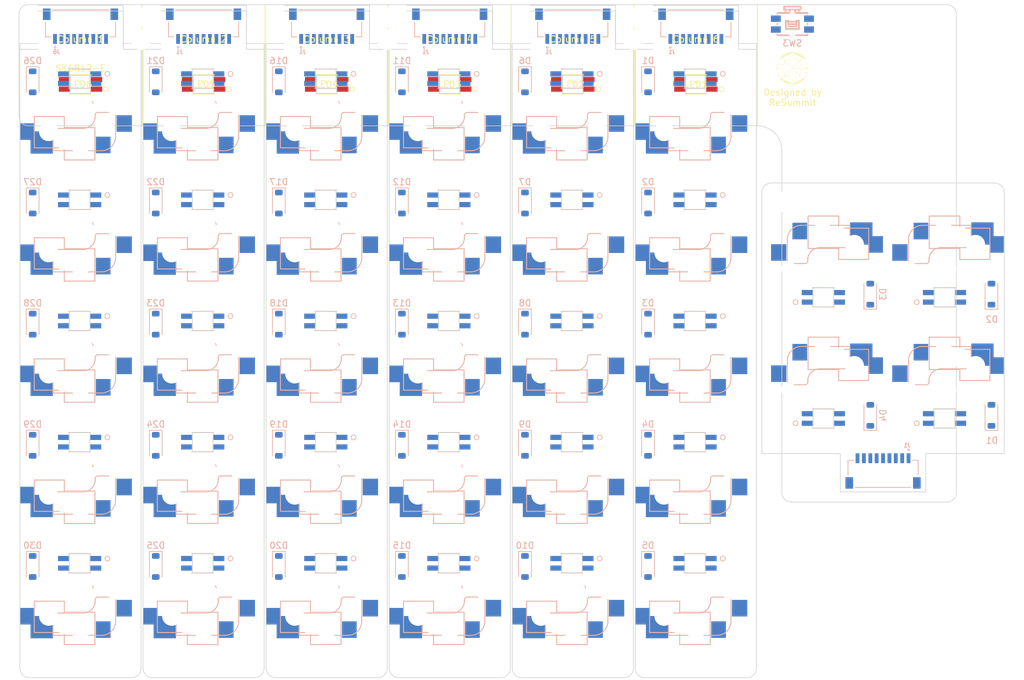
<source format=kicad_pcb>
(kicad_pcb (version 20221018) (generator pcbnew)
  (layers (0 "F.Cu" signal) (31 "B.Cu" signal) (34 "B.Paste" user) (35 "F.Paste" user) (36 "B.SilkS" user "B.Silkscreen") (37 "F.SilkS" user "F.Silkscreen") (38 "B.Mask" user) (39 "F.Mask" user) (44 "Edge.Cuts" user))
  (net 0 "")
  (net 1 "GND")
  (net 2 "/Row1")
  (net 3 "/Row2")
  (net 4 "/Row3")
  (net 5 "/Row4")
  (net 6 "/V+")
  (net 7 "RESET")
  (net 8 "/RGB_In2")
  (net 9 "/RGB_In3")
  (net 10 "/RGB_In4")
  (net 11 "/RGB_In5")
  (net 12 "/RGB_In6")
  (net 13 "/Row5")
  (net 14 "/RGB_In7")
  (net 15 "/RGB_Out1")
  (net 16 "/RGB_Out2")
  (net 17 "/RGB_Out3")
  (net 18 "/RGB_Out4")
  (net 19 "/RGB_Out5")
  (net 20 "/RGB_Out6")
  (footprint "Seismos-libs:Hole_M3_3.2mm" (layer "F.Cu") (at 142.65 122.6)
    (fp_text reference "REF**")
    (fp_text value "Hole_M3_3.2mm")
  )
  (footprint "Seismos-libs:Hole_M3_3.2mm" (layer "F.Cu") (at 33.15 122.6)
    (fp_text reference "REF**9")
    (fp_text value "Hole_M3_3.2mm")
  )
  (footprint "" (layer "F.Cu") (at 87.9 22)
    (fp_text reference "")
    (fp_text value "")
  )
  (footprint "" (layer "F.Cu") (at 126.35 25.5)
    (fp_text reference "")
    (fp_text value "")
  )
  (footprint "" (layer "F.Cu") (at 49.3 22)
    (fp_text reference "")
    (fp_text value "")
  )
  (footprint "Seismos-libs:Hole_M3_3.2mm" (layer "F.Cu") (at 181.5 50.9 180)
    (fp_text reference "REF**")
    (fp_text value "Hole_M3_3.2mm")
  )
  (footprint "Seismos-libs:ReSummit_Logo" (layer "F.Cu") (at 151.3 29.975)
    (fp_text reference "G***" hide)
    (fp_text value "LOGO" hide)
  )
  (footprint "Seismos-libs:Hole_M3_3.2mm" (layer "F.Cu") (at 149.5 50.9 180)
    (fp_text reference "REF**")
    (fp_text value "Hole_M3_3.2mm")
  )
  (footprint "Seismos-libs:Hole_M3_3.2mm" (layer "F.Cu") (at 126.5 22)
    (fp_text reference "4")
    (fp_text value "Hole_M3_3.2mm")
  )
  (footprint "" (layer "F.Cu") (at 87.75 25.5)
    (fp_text reference "")
    (fp_text value "")
  )
  (footprint "" (layer "F.Cu") (at 49.15 25.5)
    (fp_text reference "")
    (fp_text value "")
  )
  (footprint "Diode_SMD:D_SOD-123" (layer "B.Cu") (at 70.75 108.1 -90)
    (fp_text reference "D20")
    (fp_text value "1N4148W")
  )
  (footprint "Seismos-libs:Switch_SK6812-E_Diode" (layer "B.Cu") (at 39.65 36.1 180)
    (fp_text reference "SW26")
    (fp_text value "Switch_SK6812-E_Diode")
    (fp_rect (start 1.762 5.9914) (end -1.478 3.0046) (stroke (width 0.12)) (fill none) (layer "Edge.Cuts"))
  )
  (footprint "Diode_SMD:D_SOD-123" (layer "B.Cu") (at 51.45 32.1 -90)
    (fp_text reference "D21")
    (fp_text value "1N4148W" hide)
  )
  (footprint "Diode_SMD:D_SOD-123" (layer "B.Cu") (at 51.45 89.1 -90)
    (fp_text reference "D24")
    (fp_text value "1N4148W" hide)
  )
  (footprint "Diode_SMD:D_SOD-123" (layer "B.Cu") (at 128.65 89.1 -90)
    (fp_text reference "D4")
    (fp_text value "1N4148W" hide)
  )
  (footprint "Seismos-libs:SK6812-E" (layer "B.Cu") (at 39.65 32.5)
    (fp_text reference "LED6")
    (fp_text value "SK6812-E")
    (fp_rect (start -1.6256 1.4224) (end 1.5748 -1.4224) (stroke (width 0.12)) (fill none) (layer "Edge.Cuts"))
  )
  (footprint "Diode_SMD:D_SOD-123" (layer "B.Cu") (at 70.75 32.1 -90)
    (fp_text reference "D16")
    (fp_text value "1N4148W" hide)
  )
  (footprint "Diode_SMD:D_SOD-123" (layer "B.Cu") (at 182.5 84.4 90)
    (fp_text reference "D1")
    (fp_text value "1N4148W" hide)
  )
  (footprint "Diode_SMD:D_SOD-123" (layer "B.Cu") (at 90.05 51.1 -90)
    (fp_text reference "D12")
    (fp_text value "1N4148W" hide)
  )
  (footprint "Seismos-libs:Switch_SK6812-E_Diode" (layer "B.Cu") (at 136.15 55.1 180)
    (fp_text reference "SW2")
    (fp_text value "Switch_SK6812-E_Diode")
    (fp_rect (start 1.762 5.9914) (end -1.478 3.0046) (stroke (width 0.12)) (fill none) (layer "Edge.Cuts"))
  )
  (footprint "Seismos-libs:SK6812-E" (layer "B.Cu") (at 136.15 32.5)
    (fp_text reference "LED1")
    (fp_text value "SK6812-E")
    (fp_rect (start -1.6256 1.4224) (end 1.5748 -1.4224) (stroke (width 0.12)) (fill none) (layer "Edge.Cuts"))
  )
  (footprint "Seismos-libs:Switch_SK6812-E_Diode" (layer "B.Cu") (at 39.65 112.1 180)
    (fp_text reference "SW30")
    (fp_text value "Switch_SK6812-E_Diode")
    (fp_rect (start 1.762 5.9914) (end -1.478 3.0046) (stroke (width 0.12)) (fill none) (layer "Edge.Cuts"))
  )
  (footprint "Seismos-libs:Switch_SK6812-E_Diode" (layer "B.Cu") (at 78.25 74.1 180)
    (fp_text reference "SW18")
    (fp_text value "Switch_SK6812-E_Diode")
    (fp_rect (start 1.762 5.9914) (end -1.478 3.0046) (stroke (width 0.12)) (fill none) (layer "Edge.Cuts"))
  )
  (footprint "Seismos-libs:Switch_SK6812-E_Diode" (layer "B.Cu") (at 116.85 74.1 180)
    (fp_text reference "SW8")
    (fp_text value "Switch_SK6812-E_Diode")
    (fp_rect (start 1.762 5.9914) (end -1.478 3.0046) (stroke (width 0.12)) (fill none) (layer "Edge.Cuts"))
  )
  (footprint "Seismos-libs:SK6812-E" (layer "B.Cu") (at 97.55 32.5)
    (fp_text reference "LED3")
    (fp_text value "SK6812-E")
    (fp_rect (start -1.6256 1.4224) (end 1.5748 -1.4224) (stroke (width 0.12)) (fill none) (layer "Edge.Cuts"))
  )
  (footprint "Diode_SMD:D_SOD-123" (layer "B.Cu") (at 128.65 108.1 -90)
    (fp_text reference "D5")
    (fp_text value "1N4148W")
  )
  (footprint "Seismos-libs:Switch_SK6812-E_Diode" (layer "B.Cu") (at 58.95 55.1 180)
    (fp_text reference "SW22")
    (fp_text value "Switch_SK6812-E_Diode")
    (fp_rect (start 1.762 5.9914) (end -1.478 3.0046) (stroke (width 0.12)) (fill none) (layer "Edge.Cuts"))
  )
  (footprint "Diode_SMD:D_SOD-123" (layer "B.Cu") (at 32.15 70.1 -90)
    (fp_text reference "D28")
    (fp_text value "1N4148W" hide)
  )
  (footprint "Seismos-libs:SK6812-E" (layer "B.Cu") (at 78.25 32.5)
    (fp_text reference "LED4")
    (fp_text value "SK6812-E")
    (fp_rect (start -1.6256 1.4224) (end 1.5748 -1.4224) (stroke (width 0.12)) (fill none) (layer "Edge.Cuts"))
  )
  (footprint "Diode_SMD:D_SOD-123" (layer "B.Cu") (at 51.45 51.1 -90)
    (fp_text reference "D22")
    (fp_text value "1N4148W" hide)
  )
  (footprint "Diode_SMD:D_SOD-123" (layer "B.Cu") (at 109.35 108.1 -90)
    (fp_text reference "D10")
    (fp_text value "1N4148W")
  )
  (footprint "Diode_SMD:D_SOD-123" (layer "B.Cu") (at 109.35 70.1 -90)
    (fp_text reference "D8")
    (fp_text value "1N4148W" hide)
  )
  (footprint "Diode_SMD:D_SOD-123" (layer "B.Cu") (at 32.15 51.1 -90)
    (fp_text reference "D27")
    (fp_text value "1N4148W" hide)
  )
  (footprint "Seismos-libs:Switch_SK6812-E_Diode" (layer "B.Cu") (at 97.55 55.1 180)
    (fp_text reference "SW12")
    (fp_text value "Switch_SK6812-E_Diode")
    (fp_rect (start 1.762 5.9914) (end -1.478 3.0046) (stroke (width 0.12)) (fill none) (layer "Edge.Cuts"))
  )
  (footprint "Seismos-libs:Switch_SK6812-E_Diode" (layer "B.Cu") (at 97.55 112.1 180)
    (fp_text reference "SW15")
    (fp_text value "Switch_SK6812-E_Diode")
    (fp_rect (start 1.762 5.9914) (end -1.478 3.0046) (stroke (width 0.12)) (fill none) (layer "Edge.Cuts"))
  )
  (footprint "Diode_SMD:D_SOD-123" (layer "B.Cu") (at 90.05 108.1 -90)
    (fp_text reference "D15")
    (fp_text value "1N4148W")
  )
  (footprint "Seismos-libs:Switch_SK6812-E_Diode" (layer "B.Cu") (at 78.25 36.1 180)
    (fp_text reference "SW16")
    (fp_text value "Switch_SK6812-E_Diode")
    (fp_rect (start 1.762 5.9914) (end -1.478 3.0046) (stroke (width 0.12)) (fill none) (layer "Edge.Cuts"))
  )
  (footprint "Diode_SMD:D_SOD-123" (layer "B.Cu") (at 128.65 32.1 -90)
    (fp_text reference "D1")
    (fp_text value "1N4148W" hide)
  )
  (footprint "Seismos-libs:JST_SM09B-SRSS-TB(LF)(SN)" (layer "B.Cu") (at 136.15 21.5)
    (fp_text reference "J1")
    (fp_text value "SM09B-SRSS-TB(LF)(SN)")
  )
  (footprint "Seismos-libs:Switch_SK6812-E_Diode" (layer "B.Cu") (at 58.95 36.1 180)
    (fp_text reference "SW21")
    (fp_text value "Switch_SK6812-E_Diode")
    (fp_rect (start 1.762 5.9914) (end -1.478 3.0046) (stroke (width 0.12)) (fill none) (layer "Edge.Cuts"))
  )
  (footprint "Seismos-libs:Switch_SK6812-E_Diode" (layer "B.Cu") (at 97.55 36.1 180)
    (fp_text reference "SW11")
    (fp_text value "Switch_SK6812-E_Diode")
    (fp_rect (start 1.762 5.9914) (end -1.478 3.0046) (stroke (width 0.12)) (fill none) (layer "Edge.Cuts"))
  )
  (footprint "Seismos-libs:Switch_SK6812-E_Diode" (layer "B.Cu") (at 116.85 112.1 180)
    (fp_text reference "SW10")
    (fp_text value "Switch_SK6812-E_Diode")
    (fp_rect (start 1.762 5.9914) (end -1.478 3.0046) (stroke (width 0.12)) (fill none) (layer "Edge.Cuts"))
  )
  (footprint "Seismos-libs:Switch_SK6812-E_Diode" (layer "B.Cu") (at 156 61.4)
    (fp_text reference "SW3")
    (fp_text value "Switch_SK6812-E_Diode")
    (fp_rect (start 1.762 5.9914) (end -1.478 3.0046) (stroke (width 0.12)) (fill none) (layer "Edge.Cuts"))
  )
  (footprint "Seismos-libs:Switch_SK6812-E_Diode" (layer "B.Cu") (at 78.25 93.1 180)
    (fp_text reference "SW19")
    (fp_text value "Switch_SK6812-E_Diode")
    (fp_rect (start 1.762 5.9914) (end -1.478 3.0046) (stroke (width 0.12)) (fill none) (layer "Edge.Cuts"))
  )
  (footprint "Diode_SMD:D_SOD-123" (layer "B.Cu") (at 70.75 89.1 -90)
    (fp_text reference "D19")
    (fp_text value "1N4148W" hide)
  )
  (footprint "Seismos-libs:Switch_SK6812-E_Diode" (layer "B.Cu") (at 116.85 36.1 180)
    (fp_text reference "SW6")
    (fp_text value "Switch_SK6812-E_Diode")
    (fp_rect (start 1.762 5.9914) (end -1.478 3.0046) (stroke (width 0.12)) (fill none) (layer "Edge.Cuts"))
  )
  (footprint "Seismos-libs:JST_SM09B-SRSS-TB(LF)(SN)" (layer "B.Cu") (at 116.85 21.5)
    (fp_text reference "J1")
    (fp_text value "SM09B-SRSS-TB(LF)(SN)")
  )
  (footprint "Seismos-libs:JST_SM09B-SRSS-TB(LF)(SN)" (layer "B.Cu") (at 97.55 21.5)
    (fp_text reference "J1")
    (fp_text value "SM09B-SRSS-TB(LF)(SN)")
  )
  (footprint "Diode_SMD:D_SOD-123" (layer "B.Cu") (at 70.75 51.1 -90)
    (fp_text reference "D17")
    (fp_text value "1N4148W" hide)
  )
  (footprint "Seismos-libs:Switch_SK6812-E_Diode" (layer "B.Cu") (at 116.85 55.1 180)
    (fp_text reference "SW7")
    (fp_text value "Switch_SK6812-E_Diode")
    (fp_rect (start 1.762 5.9914) (end -1.478 3.0046) (stroke (width 0.12)) (fill none) (layer "Edge.Cuts"))
  )
  (footprint "Seismos-libs:JST_SM09B-SRSS-TB(LF)(SN)" (layer "B.Cu") (at 165.5 95 180)
    (fp_text reference "J1")
    (fp_text value "SM09B-SRSS-TB(LF)(SN)")
  )
  (footprint "Diode_SMD:D_SOD-123" (layer "B.Cu") (at 32.15 89.1 -90)
    (fp_text reference "D29")
    (fp_text value "1N4148W" hide)
  )
  (footprint "Seismos-libs:Switch_SK6812-E_Diode" (layer "B.Cu") (at 116.85 93.1 180)
    (fp_text reference "SW9")
    (fp_text value "Switch_SK6812-E_Diode")
    (fp_rect (start 1.762 5.9914) (end -1.478 3.0046) (stroke (width 0.12)) (fill none) (layer "Edge.Cuts"))
  )
  (footprint "Seismos-libs:Switch_SK6812-E_Diode" (layer "B.Cu") (at 58.95 93.1 180)
    (fp_text reference "SW24")
    (fp_text value "Switch_SK6812-E_Diode")
    (fp_rect (start 1.762 5.9914) (end -1.478 3.0046) (stroke (width 0.12)) (fill none) (layer "Edge.Cuts"))
  )
  (footprint "Diode_SMD:D_SOD-123" (layer "B.Cu") (at 90.05 32.1 -90)
    (fp_text reference "D11")
    (fp_text value "1N4148W" hide)
  )
  (footprint "Seismos-libs:SW-SMD_EVQPUD02K" (layer "B.Cu") (at 151.2875 23.0495 90)
    (fp_text reference "SW3")
    (fp_text value "EVQPUC02K")
  )
  (footprint "Diode_SMD:D_SOD-123" (layer "B.Cu") (at 51.45 70.1 -90)
    (fp_text reference "D23")
    (fp_text value "1N4148W" hide)
  )
  (footprint "Seismos-libs:Switch_SK6812-E_Diode" (layer "B.Cu") (at 156 80.4)
    (fp_text reference "SW4")
    (fp_text value "Switch_SK6812-E_Diode")
    (fp_rect (start 1.762 5.9914) (end -1.478 3.0046) (stroke (width 0.12)) (fill none) (layer "Edge.Cuts"))
  )
  (footprint "Diode_SMD:D_SOD-123" (layer "B.Cu") (at 163.5 84.4 90)
    (fp_text reference "D4")
    (fp_text value "1N4148W" hide)
  )
  (footprint "Seismos-libs:JST_SM09B-SRSS-TB(LF)(SN)" (layer "B.Cu") (at 39.65 21.5)
    (fp_text reference "J6")
    (fp_text value "SM09B-SRSS-TB(LF)(SN)" hide)
  )
  (footprint "Seismos-libs:Switch_SK6812-E_Diode" (layer "B.Cu") (at 97.55 74.1 180)
    (fp_text reference "SW13")
    (fp_text value "Switch_SK6812-E_Diode")
    (fp_rect (start 1.762 5.9914) (end -1.478 3.0046) (stroke (width 0.12)) (fill none) (layer "Edge.Cuts"))
  )
  (footprint "Seismos-libs:Switch_SK6812-E_Diode" (layer "B.Cu") (at 39.65 93.1 180)
    (fp_text reference "SW29")
    (fp_text value "Switch_SK6812-E_Diode")
    (fp_rect (start 1.762 5.9914) (end -1.478 3.0046) (stroke (width 0.12)) (fill none) (layer "Edge.Cuts"))
  )
  (footprint "Seismos-libs:JST_SM09B-SRSS-TB(LF)(SN)" (layer "B.Cu") (at 78.25 21.5)
    (fp_text reference "J1")
    (fp_text value "SM09B-SRSS-TB(LF)(SN)")
  )
  (footprint "Seismos-libs:JST_SM09B-SRSS-TB(LF)(SN)" (layer "B.Cu") (at 58.95 21.5)
    (fp_text reference "J1")
    (fp_text value "SM09B-SRSS-TB(LF)(SN)")
  )
  (footprint "Seismos-libs:SK6812-E" (layer "B.Cu") (at 116.85 32.5)
    (fp_text reference "LED2")
    (fp_text value "SK6812-E")
    (fp_rect (start -1.6256 1.4224) (end 1.5748 -1.4224) (stroke (width 0.12)) (fill none) (layer "Edge.Cuts"))
  )
  (footprint "Seismos-libs:Switch_SK6812-E_Diode" (layer "B.Cu") (at 97.55 93.1 180)
    (fp_text reference "SW14")
    (fp_text value "Switch_SK6812-E_Diode")
    (fp_rect (start 1.762 5.9914) (end -1.478 3.0046) (stroke (width 0.12)) (fill none) (layer "Edge.Cuts"))
  )
  (footprint "Diode_SMD:D_SOD-123" (layer "B.Cu") (at 90.05 70.1 -90)
    (fp_text reference "D13")
    (fp_text value "1N4148W" hide)
  )
  (footprint "Diode_SMD:D_SOD-123" (layer "B.Cu") (at 163.5 65.4 90)
    (fp_text reference "D3")
    (fp_text value "1N4148W" hide)
  )
  (footprint "Diode_SMD:D_SOD-123" (layer "B.Cu") (at 90.05 89.1 -90)
    (fp_text reference "D14")
    (fp_text value "1N4148W" hide)
  )
  (footprint "Seismos-libs:Switch_SK6812-E_Diode" (layer "B.Cu") (at 136.15 74.1 180)
    (fp_text reference "SW3")
    (fp_text value "Switch_SK6812-E_Diode")
    (fp_rect (start 1.762 5.9914) (end -1.478 3.0046) (stroke (width 0.12)) (fill none) (layer "Edge.Cuts"))
  )
  (footprint "Seismos-libs:Switch_SK6812-E_Diode" (layer "B.Cu") (at 39.65 74.1 180)
    (fp_text reference "SW28")
    (fp_text value "Switch_SK6812-E_Diode")
    (fp_rect (start 1.762 5.9914) (end -1.478 3.0046) (stroke (width 0.12)) (fill none) (layer "Edge.Cuts"))
  )
  (footprint "Seismos-libs:Switch_SK6812-E_Diode" (layer "B.Cu") (at 39.65 55.1 180)
    (fp_text reference "SW27")
    (fp_text value "Switch_SK6812-E_Diode")
    (fp_rect (start 1.762 5.9914) (end -1.478 3.0046) (stroke (width 0.12)) (fill none) (layer "Edge.Cuts"))
  )
  (footprint "Seismos-libs:Switch_SK6812-E_Diode" (layer "B.Cu") (at 58.95 74.1 180)
    (fp_text reference "SW23")
    (fp_text value "Switch_SK6812-E_Diode")
    (fp_rect (start 1.762 5.9914) (end -1.478 3.0046) (stroke (width 0.12)) (fill none) (layer "Edge.Cuts"))
  )
  (footprint "Seismos-libs:Switch_SK6812-E_Diode" (layer "B.Cu") (at 78.25 112.1 180)
    (fp_text reference "SW20")
    (fp_text value "Switch_SK6812-E_Diode")
    (fp_rect (start 1.762 5.9914) (end -1.478 3.0046) (stroke (width 0.12)) (fill none) (layer "Edge.Cuts"))
  )
  (footprint "Diode_SMD:D_SOD-123" (layer "B.Cu") (at 32.15 32.1 -90)
    (fp_text reference "D26")
    (fp_text value "1N4148W" hide)
  )
  (footprint "Seismos-libs:SK6812-E" (layer "B.Cu") (at 58.95 32.5)
    (fp_text reference "LED5")
    (fp_text value "SK6812-E")
    (fp_rect (start -1.6256 1.4224) (end 1.5748 -1.4224) (stroke (width 0.12)) (fill none) (layer "Edge.Cuts"))
  )
  (footprint "Diode_SMD:D_SOD-123" (layer "B.Cu") (at 109.35 89.1 -90)
    (fp_text reference "D9")
    (fp_text value "1N4148W" hide)
  )
  (footprint "Seismos-libs:Switch_SK6812-E_Diode" (layer "B.Cu") (at 136.15 36.1 180)
    (fp_text reference "SW1")
    (fp_text value "Switch_SK6812-E_Diode")
    (fp_rect (start 1.762 5.9914) (end -1.478 3.0046) (stroke (width 0.12)) (fill none) (layer "Edge.Cuts"))
  )
  (footprint "Seismos-libs:Switch_SK6812-E_Diode" (layer "B.Cu") (at 78.25 55.1 180)
    (fp_text reference "SW17")
    (fp_text value "Switch_SK6812-E_Diode")
    (fp_rect (start 1.762 5.9914) (end -1.478 3.0046) (stroke (width 0.12)) (fill none) (layer "Edge.Cuts"))
  )
  (footprint "Diode_SMD:D_SOD-123" (layer "B.Cu") (at 109.35 32.1 -90)
    (fp_text reference "D6")
    (fp_text value "1N4148W" hide)
  )
  (footprint "Seismos-libs:Switch_SK6812-E_Diode" (layer "B.Cu") (at 58.95 112.1 180)
    (fp_text reference "SW25")
    (fp_text value "Switch_SK6812-E_Diode")
    (fp_rect (start 1.762 5.9914) (end -1.478 3.0046) (stroke (width 0.12)) (fill none) (layer "Edge.Cuts"))
  )
  (footprint "Seismos-libs:Switch_SK6812-E_Diode" (layer "B.Cu") (at 136.15 93.1 180)
    (fp_text reference "SW4")
    (fp_text value "Switch_SK6812-E_Diode")
    (fp_rect (start 1.762 5.9914) (end -1.478 3.0046) (stroke (width 0.12)) (fill none) (layer "Edge.Cuts"))
  )
  (footprint "Diode_SMD:D_SOD-123" (layer "B.Cu") (at 128.65 51.1 -90)
    (fp_text reference "D2")
    (fp_text value "1N4148W" hide)
  )
  (footprint "Seismos-libs:Switch_SK6812-E_Diode" (layer "B.Cu") (at 136.15 112.1 180)
    (fp_text reference "SW5")
    (fp_text value "Switch_SK6812-E_Diode")
    (fp_rect (start 1.762 5.9914) (end -1.478 3.0046) (stroke (width 0.12)) (fill none) (layer "Edge.Cuts"))
  )
  (footprint "Diode_SMD:D_SOD-123" (layer "B.Cu") (at 51.45 108.1 -90)
    (fp_text reference "D25")
    (fp_text value "1N4148W")
  )
  (footprint "Diode_SMD:D_SOD-123" (layer "B.Cu") (at 182.5 65.4 90)
    (fp_text reference "D2")
    (fp_text value "1N4148W" hide)
  )
  (footprint "Seismos-libs:Switch_SK6812-E_Diode" (layer "B.Cu") (at 175 61.4)
    (fp_text reference "SW2")
    (fp_text value "Switch_SK6812-E_Diode")
    (fp_rect (start 1.762 5.9914) (end -1.478 3.0046) (stroke (width 0.12)) (fill none) (layer "Edge.Cuts"))
  )
  (footprint "Diode_SMD:D_SOD-123" (layer "B.Cu") (at 32.15 108.1 -90)
    (fp_text reference "D30")
    (fp_text value "1N4148W")
  )
  (footprint "Seismos-libs:Switch_SK6812-E_Diode" (layer "B.Cu") (at 175 80.4)
    (fp_text reference "SW1")
    (fp_text value "Switch_SK6812-E_Diode")
    (fp_rect (start 1.762 5.9914) (end -1.478 3.0046) (stroke (width 0.12)) (fill none) (layer "Edge.Cuts"))
  )
  (footprint "Diode_SMD:D_SOD-123" (layer "B.Cu") (at 128.65 70.1 -90)
    (fp_text reference "D3")
    (fp_text value "1N4148W" hide)
  )
  (footprint "Diode_SMD:D_SOD-123" (layer "B.Cu") (at 70.75 70.1 -90)
    (fp_text reference "D18")
    (fp_text value "1N4148W" hide)
  )
  (footprint "Diode_SMD:D_SOD-123" (layer "B.Cu") (at 109.35 51.1 -90)
    (fp_text reference "D7")
    (fp_text value "1N4148W" hide)
  )
  (gr_line (start 87.9 20) (end 87.9 39) (stroke (width 0.15)) (layer "F.SilkS"))
  (gr_line (start 107.2 20) (end 107.2 39) (stroke (width 0.15)) (layer "F.SilkS"))
  (gr_line (start 49.3 20) (end 49.3 39) (stroke (width 0.15)) (layer "F.SilkS"))
  (gr_line (start 126.5 20) (end 126.5 39) (stroke (width 0.15)) (layer "F.SilkS"))
  (gr_line (start 145.8 20) (end 145.8 39) (stroke (width 0.15)) (layer "F.SilkS"))
  (gr_line (start 68.6 20) (end 68.6 39) (stroke (width 0.15)) (layer "F.SilkS"))
  (gr_line (start 30.15 124.03934) (end 30.15 26.1) (stroke (width 0.1)) (layer "Edge.Cuts"))
  (gr_line (start 66.95 125.53934) (end 50.95 125.53934) (stroke (width 0.1)) (layer "Edge.Cuts"))
  (gr_line (start 32.95 21) (end 46.35 21) (stroke (width 0.1)) (layer "Edge.Cuts"))
  (gr_line (start 68.45 26.1) (end 68.45 124.03934) (stroke (width 0.1)) (layer "Edge.Cuts"))
  (gr_line (start 87.75 27) (end 84.95 27) (stroke (width 0.1)) (layer "Edge.Cuts"))
  (gr_line (start 124.85 125.53934) (end 108.85 125.53934) (stroke (width 0.1)) (layer "Edge.Cuts"))
  (gr_line (start 151.134 98) (end 175.5 98) (stroke (width 0.1)) (layer "Edge.Cuts"))
  (gr_line (start 46.35 26.1) (end 46.35 20.1) (stroke (width 0.1)) (layer "Edge.Cuts"))
  (gr_line (start 142.85 27) (end 142.85 21) (stroke (width 0.1)) (layer "Edge.Cuts"))
  (gr_line (start 104.25 27) (end 104.25 21) (stroke (width 0.1)) (layer "Edge.Cuts"))
  (gr_line (start 175 90.4) (end 172.2 90.4) (stroke (width 0.1)) (layer "Edge.Cuts"))
  (gr_line (start 68.75 27) (end 71.55 27) (stroke (width 0.1)) (layer "Edge.Cuts"))
  (gr_line (start 52.25 20.1) (end 65.65 20.1) (stroke (width 0.1)) (layer "Edge.Cuts"))
  (gr_line (start 126.35 26.1) (end 123.55 26.1) (stroke (width 0.1)) (layer "Edge.Cuts"))
  (gr_line (start 126.65 26.1) (end 129.45 26.1) (stroke (width 0.1)) (layer "Edge.Cuts"))
  (gr_line (start 88.05 26.1) (end 90.85 26.1) (stroke (width 0.1)) (layer "Edge.Cuts"))
  (gr_line (start 49.45 26.1) (end 52.25 26.1) (stroke (width 0.1)) (layer "Edge.Cuts"))
  (gr_line (start 107.35 26.1) (end 110.15 26.1) (stroke (width 0.1)) (layer "Edge.Cuts"))
  (gr_line (start 126.35 26.1) (end 126.35 124.03934) (stroke (width 0.1)) (layer "Edge.Cuts"))
  (gr_line (start 49.45 124.03934) (end 49.45 26.1) (stroke (width 0.1)) (layer "Edge.Cuts"))
  (gr_arc (start 183 47.96066) (mid 184.060648 48.400012) (end 184.5 49.46066) (stroke (width 0.1)) (layer "Edge.Cuts"))
  (gr_line (start 90.85 20.1) (end 104.25 20.1) (stroke (width 0.1)) (layer "Edge.Cuts"))
  (gr_arc (start 175.5 20) (mid 176.56066 20.43934) (end 177 21.5) (stroke (width 0.1)) (layer "Edge.Cuts"))
  (gr_line (start 158.8 90.4) (end 158.8 96.4) (stroke (width 0.1)) (layer "Edge.Cuts"))
  (gr_line (start 105.55 125.53934) (end 89.55 125.53934) (stroke (width 0.1)) (layer "Edge.Cuts"))
  (gr_line (start 148 47.96066) (end 183 47.96066) (stroke (width 0.1)) (layer "Edge.Cuts"))
  (gr_line (start 123.55 26.1) (end 123.55 20.1) (stroke (width 0.1)) (layer "Edge.Cuts"))
  (gr_line (start 145.65 26.1) (end 142.85 26.1) (stroke (width 0.1)) (layer "Edge.Cuts"))
  (gr_line (start 149.634 42.81) (end 149.634 96.5) (stroke (width 0.1)) (layer "Edge.Cuts"))
  (gr_line (start 88.05 27) (end 90.85 27) (stroke (width 0.1)) (layer "Edge.Cuts"))
  (gr_line (start 68.75 26.1) (end 71.55 26.1) (stroke (width 0.1)) (layer "Edge.Cuts"))
  (gr_line (start 110.15 21) (end 123.55 21) (stroke (width 0.1)) (layer "Edge.Cuts"))
  (gr_arc (start 151.134 98) (mid 150.07334 97.56066) (end 149.634 96.5) (stroke (width 0.1)) (layer "Edge.Cuts"))
  (gr_line (start 49.15 27) (end 46.35 27) (stroke (width 0.1)) (layer "Edge.Cuts"))
  (gr_arc (start 87.75 124.03934) (mid 87.310661 125.100001) (end 86.25 125.53934) (stroke (width 0.1)) (layer "Edge.Cuts"))
  (gr_arc (start 31.65 125.53934) (mid 30.589352 125.099988) (end 30.15 124.03934) (stroke (width 0.1)) (layer "Edge.Cuts"))
  (gr_line (start 145.65 26.1) (end 145.65 124.03934) (stroke (width 0.1)) (layer "Edge.Cuts"))
  (gr_line (start 65.65 26.1) (end 65.65 20.1) (stroke (width 0.1)) (layer "Edge.Cuts"))
  (gr_line (start 90.85 21) (end 104.25 21) (stroke (width 0.1)) (layer "Edge.Cuts"))
  (gr_line (start 71.55 20.1) (end 84.95 20.1) (stroke (width 0.1)) (layer "Edge.Cuts"))
  (gr_line (start 156 90.4) (end 146.5 90.4) (stroke (width 0.1)) (layer "Edge.Cuts"))
  (gr_line (start 110.15 20.1) (end 123.55 20.1) (stroke (width 0.1)) (layer "Edge.Cuts"))
  (gr_arc (start 108.85 125.53934) (mid 107.789352 125.099988) (end 107.35 124.03934) (stroke (width 0.1)) (layer "Edge.Cuts"))
  (gr_line (start 129.45 20.1) (end 142.85 20.1) (stroke (width 0.1)) (layer "Edge.Cuts"))
  (gr_line (start 49.15 26.1) (end 49.15 124.03934) (stroke (width 0.1)) (layer "Edge.Cuts"))
  (gr_line (start 146.5 90.4) (end 146.5 49.46066) (stroke (width 0.1)) (layer "Edge.Cuts"))
  (gr_line (start 145.65 27) (end 142.85 27) (stroke (width 0.1)) (layer "Edge.Cuts"))
  (gr_line (start 31.5 39) (end 145.824 39) (stroke (width 0.1)) (layer "Edge.Cuts"))
  (gr_line (start 87.75 26.1) (end 84.95 26.1) (stroke (width 0.1)) (layer "Edge.Cuts"))
  (gr_line (start 126.35 27) (end 123.55 27) (stroke (width 0.1)) (layer "Edge.Cuts"))
  (gr_arc (start 31.5 39) (mid 30.43934 38.56066) (end 30 37.5) (stroke (width 0.1)) (layer "Edge.Cuts"))
  (gr_arc (start 146.5 49.46066) (mid 146.939339 48.399999) (end 148 47.96066) (stroke (width 0.1)) (layer "Edge.Cuts"))
  (gr_line (start 123.55 27) (end 123.55 21) (stroke (width 0.1)) (layer "Edge.Cuts"))
  (gr_line (start 32.95 20.1) (end 46.35 20.1) (stroke (width 0.1)) (layer "Edge.Cuts"))
  (gr_line (start 107.05 26.1) (end 104.25 26.1) (stroke (width 0.1)) (layer "Edge.Cuts"))
  (gr_line (start 47.65 125.53934) (end 31.65 125.53934) (stroke (width 0.1)) (layer "Edge.Cuts"))
  (gr_arc (start 30 21.5) (mid 30.43934 20.43934) (end 31.5 20) (stroke (width 0.1)) (layer "Edge.Cuts"))
  (gr_line (start 49.15 26.1) (end 46.35 26.1) (stroke (width 0.1)) (layer "Edge.Cuts"))
  (gr_line (start 49.45 27) (end 52.25 27) (stroke (width 0.1)) (layer "Edge.Cuts"))
  (gr_line (start 65.65 27) (end 65.65 21) (stroke (width 0.1)) (layer "Edge.Cuts"))
  (gr_line (start 30.15 27) (end 32.95 27) (stroke (width 0.1)) (layer "Edge.Cuts"))
  (gr_arc (start 70.25 125.53934) (mid 69.189352 125.099988) (end 68.75 124.03934) (stroke (width 0.1)) (layer "Edge.Cuts"))
  (gr_line (start 68.45 27) (end 65.65 27) (stroke (width 0.1)) (layer "Edge.Cuts"))
  (gr_line (start 68.75 124.03934) (end 68.75 26.1) (stroke (width 0.1)) (layer "Edge.Cuts"))
  (gr_line (start 104.25 26.1) (end 104.25 20.1) (stroke (width 0.1)) (layer "Edge.Cuts"))
  (gr_line (start 126.65 124.03934) (end 126.65 26.1) (stroke (width 0.1)) (layer "Edge.Cuts"))
  (gr_line (start 177 21.5) (end 177 96.5) (stroke (width 0.1)) (layer "Edge.Cuts"))
  (gr_line (start 46.35 27) (end 46.35 21) (stroke (width 0.1)) (layer "Edge.Cuts"))
  (gr_line (start 142.85 26.1) (end 142.85 20.1) (stroke (width 0.1)) (layer "Edge.Cuts"))
  (gr_line (start 52.25 21) (end 65.65 21) (stroke (width 0.1)) (layer "Edge.Cuts"))
  (gr_line (start 87.75 26.1) (end 87.75 124.03934) (stroke (width 0.1)) (layer "Edge.Cuts"))
  (gr_line (start 156 90.4) (end 158.8 90.4) (stroke (width 0.1)) (layer "Edge.Cuts"))
  (gr_line (start 172.2 96.4) (end 172.2 90.4) (stroke (width 0.1)) (layer "Edge.Cuts"))
  (gr_arc (start 89.55 125.53934) (mid 88.489352 125.099988) (end 88.05 124.03934) (stroke (width 0.1)) (layer "Edge.Cuts"))
  (gr_line (start 84.95 27) (end 84.95 21) (stroke (width 0.1)) (layer "Edge.Cuts"))
  (gr_line (start 107.05 26.1) (end 107.05 124.03934) (stroke (width 0.1)) (layer "Edge.Cuts"))
  (gr_arc (start 49.15 124.03934) (mid 48.710661 125.100001) (end 47.65 125.53934) (stroke (width 0.1)) (layer "Edge.Cuts"))
  (gr_line (start 175 90.4) (end 184.5 90.4) (stroke (width 0.1)) (layer "Edge.Cuts"))
  (gr_arc (start 177 96.5) (mid 176.56066 97.56066) (end 175.5 98) (stroke (width 0.1)) (layer "Edge.Cuts"))
  (gr_line (start 71.55 21) (end 84.95 21) (stroke (width 0.1)) (layer "Edge.Cuts"))
  (gr_line (start 184.5 49.46066) (end 184.5 90.4) (stroke (width 0.1)) (layer "Edge.Cuts"))
  (gr_arc (start 145.824 39) (mid 148.518077 40.115923) (end 149.634 42.81) (stroke (width 0.1)) (layer "Edge.Cuts"))
  (gr_arc (start 50.95 125.53934) (mid 49.889352 125.099988) (end 49.45 124.03934) (stroke (width 0.1)) (layer "Edge.Cuts"))
  (gr_line (start 86.25 125.53934) (end 70.25 125.53934) (stroke (width 0.1)) (layer "Edge.Cuts"))
  (gr_line (start 175.5 20) (end 31.5 20) (stroke (width 0.1)) (layer "Edge.Cuts"))
  (gr_line (start 107.05 27) (end 104.25 27) (stroke (width 0.1)) (layer "Edge.Cuts"))
  (gr_arc (start 126.35 124.03934) (mid 125.910661 125.100001) (end 124.85 125.53934) (stroke (width 0.1)) (layer "Edge.Cuts"))
  (gr_line (start 84.95 26.1) (end 84.95 20.1) (stroke (width 0.1)) (layer "Edge.Cuts"))
  (gr_arc (start 68.45 124.03934) (mid 68.010661 125.100001) (end 66.95 125.53934) (stroke (width 0.1)) (layer "Edge.Cuts"))
  (gr_arc (start 145.65 124.03934) (mid 145.210661 125.100001) (end 144.15 125.53934) (stroke (width 0.1)) (layer "Edge.Cuts"))
  (gr_line (start 129.45 21) (end 142.85 21) (stroke (width 0.1)) (layer "Edge.Cuts"))
  (gr_line (start 30 21.5) (end 30 37.5) (stroke (width 0.1)) (layer "Edge.Cuts"))
  (gr_line (start 68.45 26.1) (end 65.65 26.1) (stroke (width 0.1)) (layer "Edge.Cuts"))
  (gr_arc (start 107.05 124.03934) (mid 106.610661 125.100001) (end 105.55 125.53934) (stroke (width 0.1)) (layer "Edge.Cuts"))
  (gr_arc (start 128.15 125.53934) (mid 127.089352 125.099988) (end 126.65 124.03934) (stroke (width 0.1)) (layer "Edge.Cuts"))
  (gr_line (start 107.35 124.03934) (end 107.35 26.1) (stroke (width 0.1)) (layer "Edge.Cuts"))
  (gr_line (start 88.05 124.03934) (end 88.05 26.1) (stroke (width 0.1)) (layer "Edge.Cuts"))
  (gr_line (start 172.2 96.4) (end 158.8 96.4) (stroke (width 0.1)) (layer "Edge.Cuts"))
  (gr_line (start 107.35 27) (end 110.15 27) (stroke (width 0.1)) (layer "Edge.Cuts"))
  (gr_line (start 30.15 26.1) (end 32.95 26.1) (stroke (width 0.1)) (layer "Edge.Cuts"))
  (gr_line (start 144.15 125.53934) (end 128.15 125.53934) (stroke (width 0.1)) (layer "Edge.Cuts"))
  (gr_line (start 126.65 27) (end 129.45 27) (stroke (width 0.1)) (layer "Edge.Cuts"))
  (gr_text "Designed by\nReSummit" (at 151.325 35.95) (layer "F.SilkS") (effects (font (size 1 1)) (justify bottom)))
  (gr_text "Column 4" (at 97.55 26) (layer "F.SilkS") (effects (font (size 1 1)) (justify bottom)))
  (gr_text "Column 2" (at 58.95 26) (layer "F.SilkS") (effects (font (size 1 1)) (justify bottom)))
  (gr_text "Column 6" (at 136.15 26) (layer "F.SilkS") (effects (font (size 1 1)) (justify bottom)))
  (gr_text "Column 3" (at 78.25 26) (layer "F.SilkS") (effects (font (size 1 1)) (justify bottom)))
  (gr_text "Column 1" (at 39.65 26) (layer "F.SilkS") (effects (font (size 1 1)) (justify bottom)))
  (gr_text "Column 5" (at 116.85 26) (layer "F.SilkS") (effects (font (size 1 1)) (justify bottom)))
)
</source>
